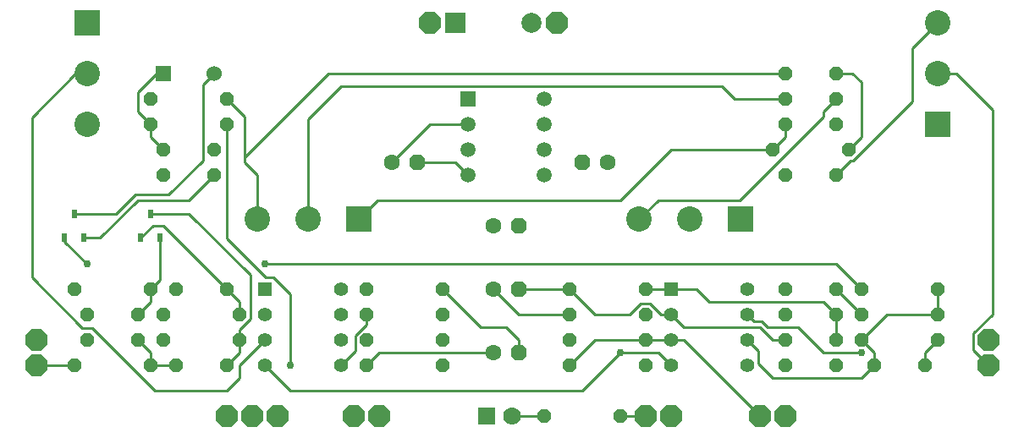
<source format=gbr>
G04 EAGLE Gerber RS-274X export*
G75*
%MOMM*%
%FSLAX34Y34*%
%LPD*%
%INTop Copper*%
%IPPOS*%
%AMOC8*
5,1,8,0,0,1.08239X$1,22.5*%
G01*
%ADD10P,2.336880X8X22.500000*%
%ADD11P,1.429621X8X22.500000*%
%ADD12P,1.429621X8X202.500000*%
%ADD13P,1.732040X8X22.500000*%
%ADD14C,1.600200*%
%ADD15P,1.732040X8X202.500000*%
%ADD16C,2.000000*%
%ADD17R,2.000000X2.000000*%
%ADD18C,1.778000*%
%ADD19R,1.778000X1.778000*%
%ADD20R,1.524000X1.524000*%
%ADD21C,1.524000*%
%ADD22R,2.540000X2.540000*%
%ADD23C,2.540000*%
%ADD24R,1.422400X1.422400*%
%ADD25C,1.422400*%
%ADD26R,0.600000X0.850000*%
%ADD27R,1.498600X1.498600*%
%ADD28C,1.498600*%
%ADD29C,0.254000*%
%ADD30C,0.756400*%


D10*
X419100Y469900D03*
D11*
X165100Y127000D03*
X215900Y127000D03*
X774700Y419100D03*
X825500Y419100D03*
X774700Y368300D03*
X825500Y368300D03*
X774700Y393700D03*
X825500Y393700D03*
D12*
X825500Y203200D03*
X774700Y203200D03*
D11*
X774700Y317500D03*
X825500Y317500D03*
D13*
X508000Y266700D03*
D14*
X482600Y266700D03*
D13*
X406400Y330200D03*
D14*
X381000Y330200D03*
D15*
X571500Y330200D03*
D14*
X596900Y330200D03*
D11*
X76200Y152400D03*
X127000Y152400D03*
X76200Y177800D03*
X127000Y177800D03*
X165100Y203200D03*
X215900Y203200D03*
X863600Y127000D03*
X914400Y127000D03*
X152400Y317500D03*
X203200Y317500D03*
D13*
X508000Y139700D03*
D14*
X482600Y139700D03*
D12*
X825500Y127000D03*
X774700Y127000D03*
D13*
X508000Y203200D03*
D14*
X482600Y203200D03*
D12*
X825500Y152400D03*
X774700Y152400D03*
D11*
X774700Y177800D03*
X825500Y177800D03*
D12*
X203200Y342900D03*
X152400Y342900D03*
D16*
X520700Y469900D03*
D17*
X444500Y469900D03*
D18*
X501650Y76200D03*
D19*
X476250Y76200D03*
D20*
X152400Y419100D03*
D21*
X203200Y419100D03*
D22*
X76200Y469900D03*
D23*
X76200Y419100D03*
X76200Y368300D03*
D10*
X546100Y469900D03*
X25400Y152400D03*
X977900Y152400D03*
D24*
X660400Y203200D03*
D25*
X660400Y177800D03*
X736600Y177800D03*
X736600Y203200D03*
X660400Y152400D03*
X660400Y127000D03*
X736600Y152400D03*
X736600Y127000D03*
D24*
X254000Y203200D03*
D25*
X254000Y177800D03*
X330200Y177800D03*
X330200Y203200D03*
X254000Y152400D03*
X254000Y127000D03*
X330200Y152400D03*
X330200Y127000D03*
D10*
X25400Y127000D03*
D22*
X730250Y273050D03*
D23*
X679450Y273050D03*
X628650Y273050D03*
D10*
X977900Y127000D03*
D26*
X130200Y254700D03*
X149200Y254700D03*
X139700Y278700D03*
X54000Y254700D03*
X73000Y254700D03*
X63500Y278700D03*
D12*
X139700Y127000D03*
X63500Y127000D03*
D11*
X558800Y177800D03*
X635000Y177800D03*
D12*
X635000Y203200D03*
X558800Y203200D03*
D11*
X139700Y368300D03*
X215900Y368300D03*
X762000Y342900D03*
X838200Y342900D03*
X139700Y393700D03*
X215900Y393700D03*
X850900Y177800D03*
X927100Y177800D03*
X850900Y203200D03*
X927100Y203200D03*
X533400Y76200D03*
X609600Y76200D03*
D12*
X139700Y203200D03*
X63500Y203200D03*
X228600Y152400D03*
X152400Y152400D03*
D11*
X850900Y152400D03*
X927100Y152400D03*
X152400Y177800D03*
X228600Y177800D03*
D12*
X431800Y203200D03*
X355600Y203200D03*
D11*
X355600Y177800D03*
X431800Y177800D03*
X355600Y152400D03*
X431800Y152400D03*
X355600Y127000D03*
X431800Y127000D03*
D12*
X635000Y127000D03*
X558800Y127000D03*
D11*
X558800Y152400D03*
X635000Y152400D03*
D10*
X749300Y76200D03*
X774700Y76200D03*
X368300Y76200D03*
X342900Y76200D03*
X215900Y76200D03*
X241300Y76200D03*
X266700Y76200D03*
X635000Y76200D03*
X660400Y76200D03*
D22*
X347980Y273050D03*
D23*
X297180Y273050D03*
X246380Y273050D03*
D27*
X457200Y393700D03*
D28*
X457200Y368300D03*
X457200Y342900D03*
X457200Y317500D03*
X533400Y317500D03*
X533400Y342900D03*
X533400Y368300D03*
X533400Y393700D03*
D22*
X927100Y368300D03*
D23*
X927100Y419100D03*
X927100Y469900D03*
D29*
X279400Y101600D02*
X254000Y127000D01*
X279400Y101600D02*
X571500Y101600D01*
X647700Y139700D02*
X660400Y127000D01*
X647700Y139700D02*
X609600Y139700D01*
X571500Y101600D01*
D30*
X609600Y139700D03*
X76200Y228600D03*
D29*
X54000Y250800D01*
X54000Y254700D01*
X825500Y228600D02*
X850900Y203200D01*
X825500Y228600D02*
X254000Y228600D01*
D30*
X254000Y228600D03*
D29*
X431800Y203200D02*
X469900Y165100D01*
X495300Y165100D01*
X508000Y152400D01*
X508000Y139700D01*
X344678Y141478D02*
X330200Y127000D01*
X355600Y167846D02*
X355600Y177800D01*
X344678Y156924D02*
X344678Y141478D01*
X344678Y156924D02*
X355600Y167846D01*
X368300Y139700D02*
X355600Y127000D01*
X368300Y139700D02*
X482600Y139700D01*
X635000Y152400D02*
X660400Y152400D01*
X673100Y152400D01*
X749300Y76200D01*
X635000Y152400D02*
X584200Y152400D01*
X558800Y127000D01*
X508000Y177800D02*
X482600Y203200D01*
X508000Y177800D02*
X558800Y177800D01*
X558800Y203200D02*
X508000Y203200D01*
X558800Y203200D02*
X584200Y177800D01*
X630476Y188722D02*
X639524Y188722D01*
X619554Y177800D02*
X584200Y177800D01*
X650446Y177800D02*
X660400Y177800D01*
X630476Y188722D02*
X619554Y177800D01*
X639524Y188722D02*
X650446Y177800D01*
X660400Y177800D02*
X673100Y165100D01*
X762000Y152400D02*
X774700Y152400D01*
X762000Y152400D02*
X749300Y165100D01*
X673100Y165100D01*
X660400Y203200D02*
X635000Y203200D01*
X825500Y177800D02*
X825500Y152400D01*
X685800Y203200D02*
X660400Y203200D01*
X685800Y203200D02*
X698500Y190500D01*
X812800Y190500D02*
X825500Y177800D01*
X812800Y190500D02*
X698500Y190500D01*
X850900Y410416D02*
X842216Y419100D01*
X825500Y419100D01*
X850900Y355600D02*
X838200Y342900D01*
X850900Y355600D02*
X850900Y410416D01*
X774700Y368300D02*
X774700Y355600D01*
X762000Y342900D01*
X367030Y292100D02*
X347980Y273050D01*
X609600Y292100D02*
X660400Y342900D01*
X762000Y342900D01*
X609600Y292100D02*
X367030Y292100D01*
X246380Y317500D02*
X233680Y330200D01*
X246380Y317500D02*
X246380Y273050D01*
X233680Y330200D02*
X233680Y335280D01*
X317500Y419100D01*
X774700Y419100D01*
X233680Y375920D02*
X215900Y393700D01*
X233680Y375920D02*
X233680Y335280D01*
X825500Y203200D02*
X850900Y177800D01*
X850900Y152400D02*
X863600Y139700D01*
X863600Y127000D01*
X927100Y177800D02*
X927100Y203200D01*
X927100Y177800D02*
X876300Y177800D01*
X850900Y152400D01*
X748030Y140970D02*
X736600Y152400D01*
X748030Y140970D02*
X748030Y128270D01*
X762000Y114300D01*
X850900Y114300D02*
X863600Y127000D01*
X850900Y114300D02*
X762000Y114300D01*
X297180Y273050D02*
X297180Y373380D01*
X723900Y393700D02*
X774700Y393700D01*
X330200Y406400D02*
X297180Y373380D01*
X330200Y406400D02*
X711200Y406400D01*
X723900Y393700D01*
X647700Y292100D02*
X628650Y273050D01*
X647700Y292100D02*
X728980Y292100D01*
X812800Y375920D01*
X812800Y381000D01*
X825500Y393700D01*
X914400Y139700D02*
X914400Y127000D01*
X914400Y139700D02*
X927100Y152400D01*
X743712Y170688D02*
X736600Y177800D01*
X743712Y170688D02*
X751615Y170688D01*
X757203Y165100D02*
X787400Y165100D01*
X757203Y165100D02*
X751615Y170688D01*
X787400Y165100D02*
X812800Y139700D01*
X850900Y139700D01*
D30*
X850900Y139700D03*
D29*
X825500Y317500D02*
X839978Y331978D01*
X842724Y331978D01*
X901700Y390954D01*
X901700Y444500D02*
X927100Y469900D01*
X901700Y444500D02*
X901700Y390954D01*
X533400Y76200D02*
X501650Y76200D01*
X609600Y76200D02*
X635000Y76200D01*
X381000Y330200D02*
X419100Y368300D01*
X457200Y368300D01*
X444500Y330200D02*
X406400Y330200D01*
X444500Y330200D02*
X457200Y317500D01*
X63500Y127000D02*
X25400Y127000D01*
X139700Y127000D02*
X165100Y127000D01*
X139700Y139700D02*
X127000Y152400D01*
X139700Y139700D02*
X139700Y127000D01*
X215900Y127000D02*
X228600Y139700D01*
X228600Y152400D01*
X228600Y162354D01*
X239522Y173276D01*
X239522Y217678D01*
X178500Y278700D02*
X139700Y278700D01*
X178500Y278700D02*
X239522Y217678D01*
X139700Y190500D02*
X127000Y177800D01*
X139700Y190500D02*
X139700Y203200D01*
X149200Y212700D01*
X149200Y254700D01*
X215900Y203200D02*
X228600Y190500D01*
X228600Y177800D01*
X142200Y266700D02*
X130200Y254700D01*
X142200Y266700D02*
X152400Y266700D01*
X215900Y203200D01*
X228600Y114300D02*
X215900Y101600D01*
X144574Y101600D01*
X76200Y419100D02*
X64833Y419100D01*
X21082Y375349D01*
X21082Y214932D01*
X81836Y164338D02*
X144574Y101600D01*
X81836Y164338D02*
X71676Y164338D01*
X21082Y214932D01*
X228600Y127000D02*
X228600Y114300D01*
X228600Y127000D02*
X254000Y152400D01*
X89600Y254700D02*
X73000Y254700D01*
X89600Y254700D02*
X127000Y292100D01*
X177800Y292100D01*
X203200Y317500D01*
X192278Y408178D02*
X203200Y419100D01*
X192278Y408178D02*
X192278Y331978D01*
X157988Y297688D02*
X124685Y297688D01*
X105697Y278700D02*
X63500Y278700D01*
X105697Y278700D02*
X124685Y297688D01*
X157988Y297688D02*
X192278Y331978D01*
X152400Y419100D02*
X146050Y419100D01*
X127000Y400050D01*
X127000Y381000D01*
X139700Y368300D01*
X139700Y355600D01*
X152400Y342900D01*
X215900Y368300D02*
X215900Y254000D01*
D30*
X279400Y127000D03*
D29*
X262901Y214630D02*
X255270Y214630D01*
X262901Y214630D02*
X279400Y198131D01*
X255270Y214630D02*
X215900Y254000D01*
X279400Y198131D02*
X279400Y127000D01*
X927100Y419100D02*
X945907Y419100D01*
X982218Y382789D01*
X982218Y178091D01*
X962787Y158660D01*
X962787Y142113D01*
X977900Y127000D01*
M02*

</source>
